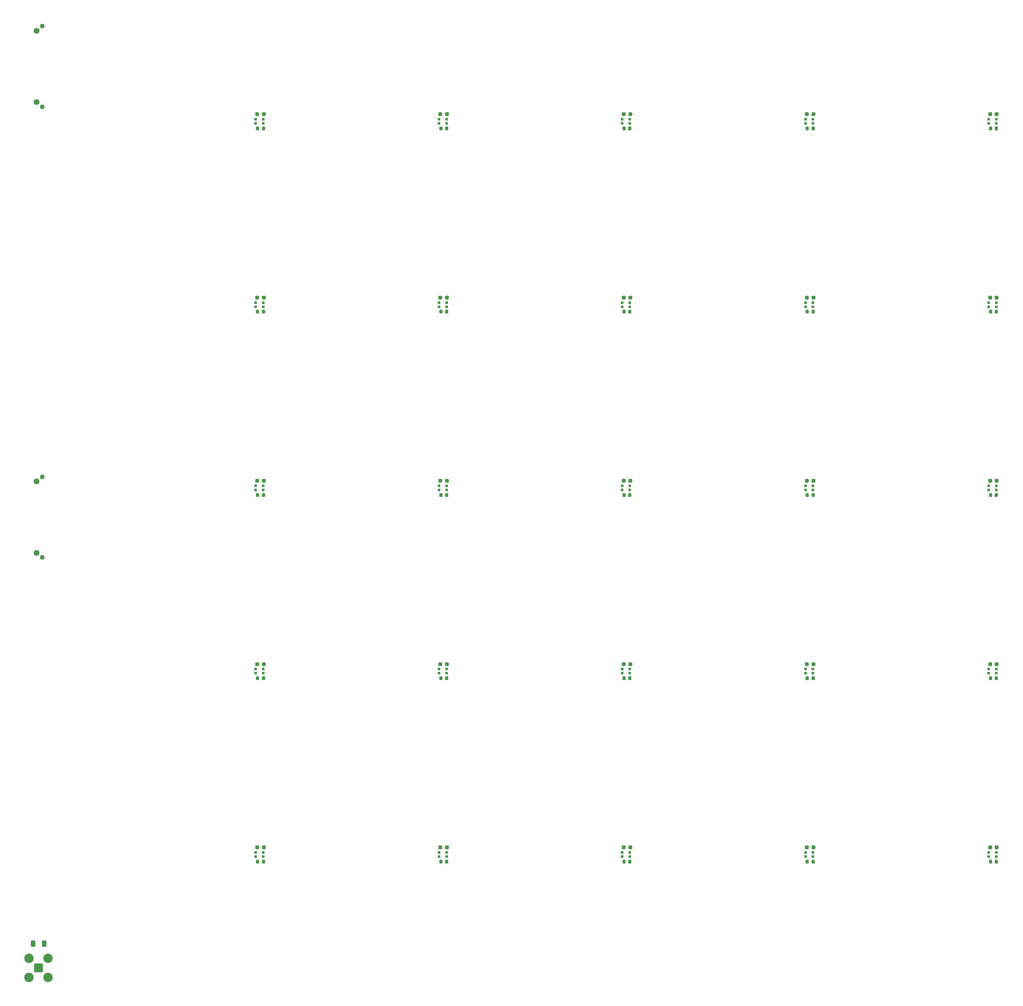
<source format=gbr>
%TF.GenerationSoftware,KiCad,Pcbnew,8.0.2-1*%
%TF.CreationDate,2024-10-14T18:36:09-04:00*%
%TF.ProjectId,EvenLayers_1.3mm_SiPM,4576656e-4c61-4796-9572-735f312e336d,rev?*%
%TF.SameCoordinates,Original*%
%TF.FileFunction,Soldermask,Top*%
%TF.FilePolarity,Negative*%
%FSLAX46Y46*%
G04 Gerber Fmt 4.6, Leading zero omitted, Abs format (unit mm)*
G04 Created by KiCad (PCBNEW 8.0.2-1) date 2024-10-14 18:36:09*
%MOMM*%
%LPD*%
G01*
G04 APERTURE LIST*
G04 Aperture macros list*
%AMRoundRect*
0 Rectangle with rounded corners*
0 $1 Rounding radius*
0 $2 $3 $4 $5 $6 $7 $8 $9 X,Y pos of 4 corners*
0 Add a 4 corners polygon primitive as box body*
4,1,4,$2,$3,$4,$5,$6,$7,$8,$9,$2,$3,0*
0 Add four circle primitives for the rounded corners*
1,1,$1+$1,$2,$3*
1,1,$1+$1,$4,$5*
1,1,$1+$1,$6,$7*
1,1,$1+$1,$8,$9*
0 Add four rect primitives between the rounded corners*
20,1,$1+$1,$2,$3,$4,$5,0*
20,1,$1+$1,$4,$5,$6,$7,0*
20,1,$1+$1,$6,$7,$8,$9,0*
20,1,$1+$1,$8,$9,$2,$3,0*%
G04 Aperture macros list end*
%ADD10R,0.700000X0.700000*%
%ADD11RoundRect,0.237500X-0.287500X-0.237500X0.287500X-0.237500X0.287500X0.237500X-0.287500X0.237500X0*%
%ADD12RoundRect,0.225000X-0.225000X-0.250000X0.225000X-0.250000X0.225000X0.250000X-0.225000X0.250000X0*%
%ADD13RoundRect,0.200100X0.949900X-0.949900X0.949900X0.949900X-0.949900X0.949900X-0.949900X-0.949900X0*%
%ADD14C,2.500000*%
%ADD15RoundRect,0.250000X-0.312500X-0.625000X0.312500X-0.625000X0.312500X0.625000X-0.312500X0.625000X0*%
%ADD16C,1.270000*%
%ADD17C,1.552000*%
G04 APERTURE END LIST*
D10*
%TO.C,REF\u002A\u002A34*%
X325552500Y-191650000D03*
X325552500Y-192750000D03*
D11*
X323925000Y-190315000D03*
X325675000Y-190315000D03*
D10*
X323527500Y-191650000D03*
D12*
X325575000Y-194100000D03*
D10*
X323527500Y-192750000D03*
D12*
X324025000Y-194100000D03*
%TD*%
D10*
%TO.C,REF\u002A\u002A40*%
X130352500Y-289250000D03*
X130352500Y-290350000D03*
D11*
X128725000Y-287915000D03*
X130475000Y-287915000D03*
D10*
X128327500Y-289250000D03*
D12*
X130375000Y-291700000D03*
D10*
X128327500Y-290350000D03*
D12*
X128825000Y-291700000D03*
%TD*%
D10*
%TO.C,REF\u002A\u002A30*%
X130352500Y-191650000D03*
X130352500Y-192750000D03*
D11*
X128725000Y-190315000D03*
X130475000Y-190315000D03*
D10*
X128327500Y-191650000D03*
D12*
X130375000Y-194100000D03*
D10*
X128327500Y-192750000D03*
D12*
X128825000Y-194100000D03*
%TD*%
D10*
%TO.C,REF\u002A\u002A24*%
X325552500Y-94050000D03*
X325552500Y-95150000D03*
D11*
X323925000Y-92715000D03*
X325675000Y-92715000D03*
D10*
X323527500Y-94050000D03*
D12*
X325575000Y-96500000D03*
D10*
X323527500Y-95150000D03*
D12*
X324025000Y-96500000D03*
%TD*%
D10*
%TO.C,REF\u002A\u002A43*%
X276752500Y-289250000D03*
X276752500Y-290350000D03*
D11*
X275125000Y-287915000D03*
X276875000Y-287915000D03*
D10*
X274727500Y-289250000D03*
D12*
X276775000Y-291700000D03*
D10*
X274727500Y-290350000D03*
D12*
X275225000Y-291700000D03*
%TD*%
D10*
%TO.C,REF\u002A\u002A38*%
X276752500Y-240450000D03*
X276752500Y-241550000D03*
D11*
X275125000Y-239115000D03*
X276875000Y-239115000D03*
D10*
X274727500Y-240450000D03*
D12*
X276775000Y-242900000D03*
D10*
X274727500Y-241550000D03*
D12*
X275225000Y-242900000D03*
%TD*%
D13*
%TO.C,REF\u002A\u002A*%
X70500000Y-320000000D03*
D14*
X67960000Y-322540000D03*
X73040000Y-322540000D03*
X67960000Y-317460000D03*
X73040000Y-317460000D03*
%TD*%
D15*
%TO.C,50 \u03A9*%
X69037500Y-313600000D03*
X71962500Y-313600000D03*
%TD*%
D10*
%TO.C,REF\u002A\u002A22*%
X227952500Y-94050000D03*
X227952500Y-95150000D03*
D11*
X226325000Y-92715000D03*
X228075000Y-92715000D03*
D10*
X225927500Y-94050000D03*
D12*
X227975000Y-96500000D03*
D10*
X225927500Y-95150000D03*
D12*
X226425000Y-96500000D03*
%TD*%
D10*
%TO.C,REF\u002A\u002A28*%
X276752500Y-142850000D03*
X276752500Y-143950000D03*
D11*
X275125000Y-141515000D03*
X276875000Y-141515000D03*
D10*
X274727500Y-142850000D03*
D12*
X276775000Y-145300000D03*
D10*
X274727500Y-143950000D03*
D12*
X275225000Y-145300000D03*
%TD*%
D10*
%TO.C,REF\u002A\u002A23*%
X276752500Y-94050000D03*
X276752500Y-95150000D03*
D11*
X275125000Y-92715000D03*
X276875000Y-92715000D03*
D10*
X274727500Y-94050000D03*
D12*
X276775000Y-96500000D03*
D10*
X274727500Y-95150000D03*
D12*
X275225000Y-96500000D03*
%TD*%
D10*
%TO.C,REF\u002A\u002A32*%
X227952500Y-191650000D03*
X227952500Y-192750000D03*
D11*
X226325000Y-190315000D03*
X228075000Y-190315000D03*
D10*
X225927500Y-191650000D03*
D12*
X227975000Y-194100000D03*
D10*
X225927500Y-192750000D03*
D12*
X226425000Y-194100000D03*
%TD*%
D10*
%TO.C,REF\u002A\u002A44*%
X325552500Y-289250000D03*
X325552500Y-290350000D03*
D11*
X323925000Y-287915000D03*
X325675000Y-287915000D03*
D10*
X323527500Y-289250000D03*
D12*
X325575000Y-291700000D03*
D10*
X323527500Y-290350000D03*
D12*
X324025000Y-291700000D03*
%TD*%
D10*
%TO.C,REF\u002A\u002A26*%
X179152500Y-142850000D03*
X179152500Y-143950000D03*
D11*
X177525000Y-141515000D03*
X179275000Y-141515000D03*
D10*
X177127500Y-142850000D03*
D12*
X179175000Y-145300000D03*
D10*
X177127500Y-143950000D03*
D12*
X177625000Y-145300000D03*
%TD*%
D10*
%TO.C,REF\u002A\u002A36*%
X179152500Y-240450000D03*
X179152500Y-241550000D03*
D11*
X177525000Y-239115000D03*
X179275000Y-239115000D03*
D10*
X177127500Y-240450000D03*
D12*
X179175000Y-242900000D03*
D10*
X177127500Y-241550000D03*
D12*
X177625000Y-242900000D03*
%TD*%
D10*
%TO.C,REF\u002A\u002A20*%
X130352500Y-94050000D03*
X130352500Y-95150000D03*
D11*
X128725000Y-92715000D03*
X130475000Y-92715000D03*
D10*
X128327500Y-94050000D03*
D12*
X130375000Y-96500000D03*
D10*
X128327500Y-95150000D03*
D12*
X128825000Y-96500000D03*
%TD*%
D10*
%TO.C,REF\u002A\u002A25*%
X130352500Y-142850000D03*
X130352500Y-143950000D03*
D11*
X128725000Y-141515000D03*
X130475000Y-141515000D03*
D10*
X128327500Y-142850000D03*
D12*
X130375000Y-145300000D03*
D10*
X128327500Y-143950000D03*
D12*
X128825000Y-145300000D03*
%TD*%
D10*
%TO.C,REF\u002A\u002A37*%
X227952500Y-240450000D03*
X227952500Y-241550000D03*
D11*
X226325000Y-239115000D03*
X228075000Y-239115000D03*
D10*
X225927500Y-240450000D03*
D12*
X227975000Y-242900000D03*
D10*
X225927500Y-241550000D03*
D12*
X226425000Y-242900000D03*
%TD*%
D10*
%TO.C,REF\u002A\u002A31*%
X179152500Y-191650000D03*
X179152500Y-192750000D03*
D11*
X177525000Y-190315000D03*
X179275000Y-190315000D03*
D10*
X177127500Y-191650000D03*
D12*
X179175000Y-194100000D03*
D10*
X177127500Y-192750000D03*
D12*
X177625000Y-194100000D03*
%TD*%
D10*
%TO.C,REF\u002A\u002A27*%
X227952500Y-142850000D03*
X227952500Y-143950000D03*
D11*
X226325000Y-141515000D03*
X228075000Y-141515000D03*
D10*
X225927500Y-142850000D03*
D12*
X227975000Y-145300000D03*
D10*
X225927500Y-143950000D03*
D12*
X226425000Y-145300000D03*
%TD*%
D10*
%TO.C,REF\u002A\u002A41*%
X179152500Y-289250000D03*
X179152500Y-290350000D03*
D11*
X177525000Y-287915000D03*
X179275000Y-287915000D03*
D10*
X177127500Y-289250000D03*
D12*
X179175000Y-291700000D03*
D10*
X177127500Y-290350000D03*
D12*
X177625000Y-291700000D03*
%TD*%
D10*
%TO.C,REF\u002A\u002A29*%
X325552500Y-142850000D03*
X325552500Y-143950000D03*
D11*
X323925000Y-141515000D03*
X325675000Y-141515000D03*
D10*
X323527500Y-142850000D03*
D12*
X325575000Y-145300000D03*
D10*
X323527500Y-143950000D03*
D12*
X324025000Y-145300000D03*
%TD*%
D10*
%TO.C,REF\u002A\u002A21*%
X179152500Y-94050000D03*
X179152500Y-95150000D03*
D11*
X177525000Y-92715000D03*
X179275000Y-92715000D03*
D10*
X177127500Y-94050000D03*
D12*
X179175000Y-96500000D03*
D10*
X177127500Y-95150000D03*
D12*
X177625000Y-96500000D03*
%TD*%
D10*
%TO.C,REF\u002A\u002A42*%
X227952500Y-289250000D03*
X227952500Y-290350000D03*
D11*
X226325000Y-287915000D03*
X228075000Y-287915000D03*
D10*
X225927500Y-289250000D03*
D12*
X227975000Y-291700000D03*
D10*
X225927500Y-290350000D03*
D12*
X226425000Y-291700000D03*
%TD*%
D10*
%TO.C,REF\u002A\u002A35*%
X130352500Y-240450000D03*
X130352500Y-241550000D03*
D11*
X128725000Y-239115000D03*
X130475000Y-239115000D03*
D10*
X128327500Y-240450000D03*
D12*
X130375000Y-242900000D03*
D10*
X128327500Y-241550000D03*
D12*
X128825000Y-242900000D03*
%TD*%
D10*
%TO.C,REF\u002A\u002A39*%
X325552500Y-240450000D03*
X325552500Y-241550000D03*
D11*
X323925000Y-239115000D03*
X325675000Y-239115000D03*
D10*
X323527500Y-240450000D03*
D12*
X325575000Y-242900000D03*
D10*
X323527500Y-241550000D03*
D12*
X324025000Y-242900000D03*
%TD*%
D10*
%TO.C,REF\u002A\u002A33*%
X276752500Y-191650000D03*
X276752500Y-192750000D03*
D11*
X275125000Y-190315000D03*
X276875000Y-190315000D03*
D10*
X274727500Y-191650000D03*
D12*
X276775000Y-194100000D03*
D10*
X274727500Y-192750000D03*
D12*
X275225000Y-194100000D03*
%TD*%
D16*
%TO.C,REF\u002A\u002A*%
X71500000Y-69255000D03*
X71500000Y-90745000D03*
D17*
X70000000Y-70505000D03*
X70000000Y-89495000D03*
%TD*%
D16*
%TO.C,REF\u002A\u002A*%
X71500000Y-189255000D03*
X71500000Y-210745000D03*
D17*
X70000000Y-190505000D03*
X70000000Y-209495000D03*
%TD*%
M02*

</source>
